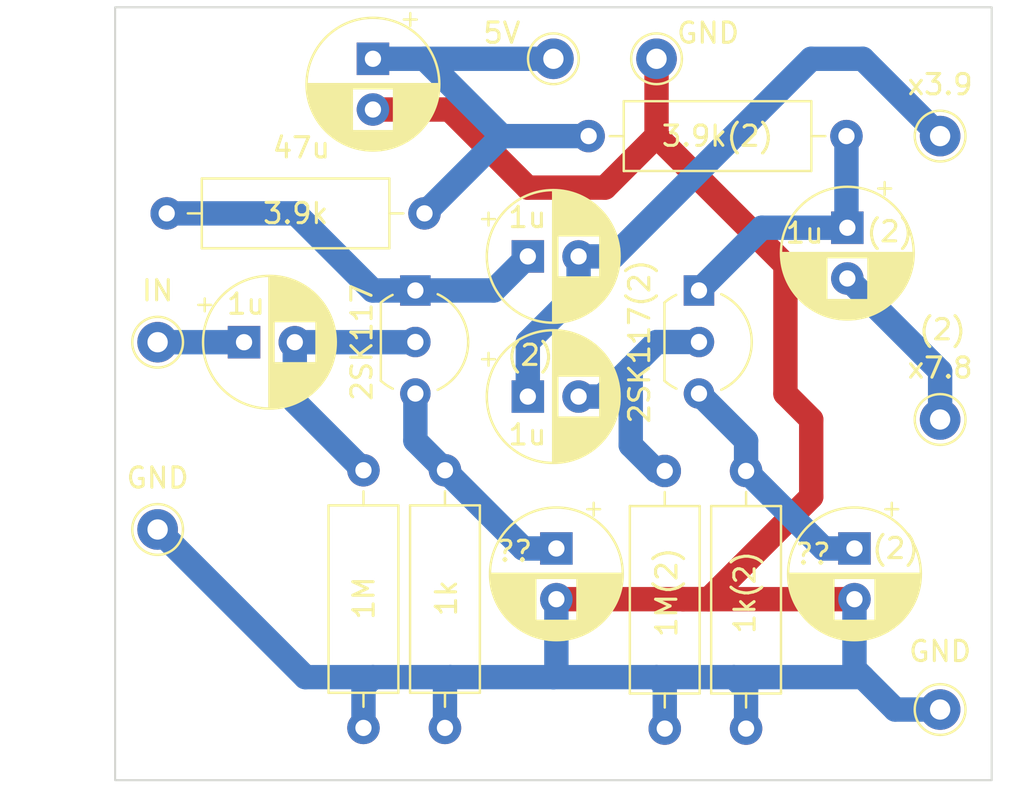
<source format=kicad_pcb>
(kicad_pcb (version 20211014) (generator pcbnew)
  (layers (0 "F.Cu" signal) (31 "B.Cu" signal) (34 "B.Paste" user) (35 "F.Paste" user) (36 "B.SilkS" user "B.Silkscreen") (37 "F.SilkS" user "F.Silkscreen") (38 "B.Mask" user) (39 "F.Mask" user) (44 "Edge.Cuts" user))
  (net 0 "")
  (net 1 "Net-(R2-Pad1)")
  (net 2 "Net-(J2-Pad1)")
  (net 3 "Net-(Q1-Pad3)")
  (net 4 "Net-(Q2-Pad3)")
  (net 5 "Net-(J3-Pad1)")
  (net 6 "Net-(Q1-Pad2)")
  (net 7 "Net-(Q1-Pad1)")
  (net 8 "Net-(J4-Pad1)")
  (net 9 "Net-(Q2-Pad2)")
  (net 10 "Net-(Q2-Pad1)")
  (net 11 "Net-(J6-Pad1)")
  (footprint "Capacitor_THT:CP_Radial_D6.3mm_P2.50mm" (layer "F.Cu") (at 54.619534 68.720051)
    (fp_text reference "1u" (at -0.022352 1.881164) (layer "F.SilkS"))
    (fp_text value "1u")
    (pad "1" thru_hole rect locked (at 0 0) (size 1.6 1.6) (drill 0.8) (layers *.Cu *.Mask) (net 8 "Net-(J4-Pad1)"))
    (pad "2" thru_hole circle locked (at 2.5 0) (size 1.6 1.6) (drill 0.8) (layers *.Cu *.Mask) (net 9 "Net-(Q2-Pad2)"))
  )
  (footprint "Connector_Pin:Pin_D1.0mm_L10.0mm" (layer "F.Cu") (at 60.96 52.07)
    (fp_text reference "GND" (at 2.54 -1.27) (layer "F.SilkS"))
    (fp_text value "GND")
    (pad "1" thru_hole circle locked (at 0 0) (size 2 2) (drill 1) (layers *.Cu *.Mask) (net 2 "Net-(J2-Pad1)"))
  )
  (footprint "Package_TO_SOT_THT:TO-92L_Inline_Wide" (layer "F.Cu") (at 63.05 63.49 -90)
    (fp_text reference "2SK117(2)" (at 2.525 2.927925 90) (layer "F.SilkS"))
    (fp_text value "2SK117")
    (pad "1" thru_hole rect locked (at 0 0 270) (size 1.5 1.5) (drill 0.8) (layers *.Cu *.Mask) (net 10 "Net-(Q2-Pad1)"))
    (pad "2" thru_hole circle locked (at 2.54 0 270) (size 1.5 1.5) (drill 0.8) (layers *.Cu *.Mask) (net 9 "Net-(Q2-Pad2)"))
    (pad "3" thru_hole circle locked (at 5.08 0 270) (size 1.5 1.5) (drill 0.8) (layers *.Cu *.Mask) (net 4 "Net-(Q2-Pad3)"))
  )
  (footprint "Connector_Pin:Pin_D1.0mm_L10.0mm" (layer "F.Cu") (at 74.93 55.88)
    (fp_text reference "x3.9" (at 0 -2.54) (layer "F.SilkS"))
    (fp_text value "OUTPUT3.9")
    (pad "1" thru_hole circle locked (at 0 0) (size 2 2) (drill 1) (layers *.Cu *.Mask) (net 8 "Net-(J4-Pad1)"))
  )
  (footprint "Capacitor_THT:CP_Radial_D6.3mm_P2.50mm" (layer "F.Cu") (at 46.99 52.07 -90)
    (fp_text reference "47u" (at 4.385992 3.526929 180) (layer "F.SilkS"))
    (fp_text value "47u")
    (pad "1" thru_hole rect locked (at 0 0 270) (size 1.6 1.6) (drill 0.8) (layers *.Cu *.Mask) (net 1 "Net-(R2-Pad1)"))
    (pad "2" thru_hole circle locked (at 2.5 0 270) (size 1.6 1.6) (drill 0.8) (layers *.Cu *.Mask) (net 2 "Net-(J2-Pad1)"))
  )
  (footprint "Capacitor_THT:CP_Radial_D6.3mm_P2.50mm" (layer "F.Cu") (at 70.710982 76.207322 -90)
    (fp_text reference "??" (at 0.276064 2.038604 180) (layer "F.SilkS"))
    (fp_text value "1u")
    (pad "1" thru_hole rect locked (at 0 0 270) (size 1.6 1.6) (drill 0.8) (layers *.Cu *.Mask) (net 4 "Net-(Q2-Pad3)"))
    (pad "2" thru_hole circle locked (at 2.5 0 270) (size 1.6 1.6) (drill 0.8) (layers *.Cu *.Mask) (net 2 "Net-(J2-Pad1)"))
  )
  (footprint "MountingHole:MountingHole_3.2mm_M3" (layer "F.Cu") (at 38.1 53.34)
    (fp_text reference "REF**" hide)
    (fp_text value "MountingHole_3.2mm_M3")
    (pad "" np_thru_hole circle locked (at 0 0) (size 3.2 3.2) (drill 3.2) (layers *.Cu *.Mask))
  )
  (footprint "Resistor_THT:R_Axial_DIN0309_L9.0mm_D3.2mm_P12.70mm_Horizontal" (layer "F.Cu") (at 61.365849 72.386832 -90)
    (fp_text reference "1M(2)" (at 5.987252 -0.093866 90) (layer "F.SilkS"))
    (fp_text value "1M")
    (pad "1" thru_hole circle locked (at 0 0 270) (size 1.6 1.6) (drill 0.8) (layers *.Cu *.Mask) (net 9 "Net-(Q2-Pad2)"))
    (pad "2" thru_hole oval locked (at 12.7 0 270) (size 1.6 1.6) (drill 0.8) (layers *.Cu *.Mask) (net 2 "Net-(J2-Pad1)"))
  )
  (footprint "Resistor_THT:R_Axial_DIN0309_L9.0mm_D3.2mm_P12.70mm_Horizontal" (layer "F.Cu") (at 49.53 59.69 180)
    (fp_text reference "3.9k" (at 6.35 0) (layer "F.SilkS"))
    (fp_text value "3.9k")
    (pad "1" thru_hole circle locked (at 0 0 180) (size 1.6 1.6) (drill 0.8) (layers *.Cu *.Mask) (net 1 "Net-(R2-Pad1)"))
    (pad "2" thru_hole oval locked (at 12.7 0 180) (size 1.6 1.6) (drill 0.8) (layers *.Cu *.Mask) (net 7 "Net-(Q1-Pad1)"))
  )
  (footprint "Resistor_THT:R_Axial_DIN0309_L9.0mm_D3.2mm_P12.70mm_Horizontal" (layer "F.Cu") (at 46.52316 72.35285 -90)
    (fp_text reference "1M" (at 6.301338 -0.021049 90) (layer "F.SilkS"))
    (fp_text value "1M")
    (pad "1" thru_hole circle locked (at 0 0 270) (size 1.6 1.6) (drill 0.8) (layers *.Cu *.Mask) (net 6 "Net-(Q1-Pad2)"))
    (pad "2" thru_hole oval locked (at 12.7 0 270) (size 1.6 1.6) (drill 0.8) (layers *.Cu *.Mask) (net 2 "Net-(J2-Pad1)"))
  )
  (footprint "Capacitor_THT:CP_Radial_D6.3mm_P2.50mm" (layer "F.Cu") (at 70.359662 60.397886 -90)
    (fp_text reference "1u" (at 0.259658 2.107439 180) (layer "F.SilkS"))
    (fp_text value "1u")
    (pad "1" thru_hole rect locked (at 0 0 270) (size 1.6 1.6) (drill 0.8) (layers *.Cu *.Mask) (net 10 "Net-(Q2-Pad1)"))
    (pad "2" thru_hole circle locked (at 2.5 0 270) (size 1.6 1.6) (drill 0.8) (layers *.Cu *.Mask) (net 11 "Net-(J6-Pad1)"))
  )
  (footprint "Connector_Pin:Pin_D1.0mm_L10.0mm" (layer "F.Cu") (at 36.38223 66.04)
    (fp_text reference "IN" (at 0 -2.54) (layer "F.SilkS"))
    (fp_text value "INPUT")
    (pad "1" thru_hole circle locked (at 0 0) (size 2 2) (drill 1) (layers *.Cu *.Mask) (net 5 "Net-(J3-Pad1)"))
  )
  (footprint "Package_TO_SOT_THT:TO-92L_Inline_Wide" (layer "F.Cu") (at 49.08 63.49 -90)
    (fp_text reference "2SK117" (at 2.55 2.636015 90) (layer "F.SilkS"))
    (fp_text value "2SK117")
    (pad "1" thru_hole rect locked (at 0 0 270) (size 1.5 1.5) (drill 0.8) (layers *.Cu *.Mask) (net 7 "Net-(Q1-Pad1)"))
    (pad "2" thru_hole circle locked (at 2.54 0 270) (size 1.5 1.5) (drill 0.8) (layers *.Cu *.Mask) (net 6 "Net-(Q1-Pad2)"))
    (pad "3" thru_hole circle locked (at 5.08 0 270) (size 1.5 1.5) (drill 0.8) (layers *.Cu *.Mask) (net 3 "Net-(Q1-Pad3)"))
  )
  (footprint "MountingHole:MountingHole_3.2mm_M3" (layer "F.Cu") (at 38.1 83.82)
    (fp_text reference "REF**" hide)
    (fp_text value "MountingHole_3.2mm_M3")
    (pad "" np_thru_hole circle locked (at 0 0) (size 3.2 3.2) (drill 3.2) (layers *.Cu *.Mask))
  )
  (footprint "Resistor_THT:R_Axial_DIN0309_L9.0mm_D3.2mm_P12.70mm_Horizontal" (layer "F.Cu") (at 57.615623 55.88)
    (fp_text reference "3.9k(2)" (at 6.35 0) (layer "F.SilkS"))
    (fp_text value "3.9k")
    (pad "1" thru_hole circle locked (at 0 0) (size 1.6 1.6) (drill 0.8) (layers *.Cu *.Mask) (net 1 "Net-(R2-Pad1)"))
    (pad "2" thru_hole oval locked (at 12.7 0) (size 1.6 1.6) (drill 0.8) (layers *.Cu *.Mask) (net 10 "Net-(Q2-Pad1)"))
  )
  (footprint "Resistor_THT:R_Axial_DIN0309_L9.0mm_D3.2mm_P12.70mm_Horizontal" (layer "F.Cu") (at 65.370906 72.386832 -90)
    (fp_text reference "1k(2)" (at 5.987252 0.059769 90) (layer "F.SilkS"))
    (fp_text value "1k")
    (pad "1" thru_hole circle locked (at 0 0 270) (size 1.6 1.6) (drill 0.8) (layers *.Cu *.Mask) (net 4 "Net-(Q2-Pad3)"))
    (pad "2" thru_hole oval locked (at 12.7 0 270) (size 1.6 1.6) (drill 0.8) (layers *.Cu *.Mask) (net 2 "Net-(J2-Pad1)"))
  )
  (footprint "Connector_Pin:Pin_D1.0mm_L10.0mm" (layer "F.Cu") (at 36.38223 75.271359)
    (fp_text reference "GND" (at 0 -2.54) (layer "F.SilkS"))
    (fp_text value "GND")
    (pad "1" thru_hole circle locked (at 0 0) (size 2 2) (drill 1) (layers *.Cu *.Mask) (net 2 "Net-(J2-Pad1)"))
  )
  (footprint "Connector_Pin:Pin_D1.0mm_L10.0mm" (layer "F.Cu") (at 74.93 69.85)
    (fp_text reference "x7.8" (at 0 -2.54) (layer "F.SilkS"))
    (fp_text value "OUTPUT7.8")
    (pad "1" thru_hole circle locked (at 0 0) (size 2 2) (drill 1) (layers *.Cu *.Mask) (net 11 "Net-(J6-Pad1)"))
  )
  (footprint "Connector_Pin:Pin_D1.0mm_L10.0mm" (layer "F.Cu") (at 74.93 84.147172)
    (fp_text reference "GND" (at 0 -2.867172) (layer "F.SilkS"))
    (fp_text value "GND")
    (pad "1" thru_hole circle locked (at 0 0) (size 2 2) (drill 1) (layers *.Cu *.Mask) (net 2 "Net-(J2-Pad1)"))
  )
  (footprint "Connector_Pin:Pin_D1.0mm_L10.0mm" (layer "F.Cu") (at 55.88 52.07)
    (fp_text reference "5V" (at -2.54 -1.27) (layer "F.SilkS"))
    (fp_text value "VCC")
    (pad "1" thru_hole circle locked (at 0 0) (size 2 2) (drill 1) (layers *.Cu *.Mask) (net 1 "Net-(R2-Pad1)"))
  )
  (footprint "Resistor_THT:R_Axial_DIN0309_L9.0mm_D3.2mm_P12.70mm_Horizontal" (layer "F.Cu") (at 50.537976 72.35285 -90)
    (fp_text reference "1k" (at 6.301338 -0.067732 90) (layer "F.SilkS"))
    (fp_text value "1k")
    (pad "1" thru_hole circle locked (at 0 0 270) (size 1.6 1.6) (drill 0.8) (layers *.Cu *.Mask) (net 3 "Net-(Q1-Pad3)"))
    (pad "2" thru_hole oval locked (at 12.7 0 270) (size 1.6 1.6) (drill 0.8) (layers *.Cu *.Mask) (net 2 "Net-(J2-Pad1)"))
  )
  (footprint "Capacitor_THT:CP_Radial_D6.3mm_P2.50mm" (layer "F.Cu") (at 54.619534 61.810834)
    (fp_text reference "1u" (at -0.022352 -1.923575) (layer "F.SilkS"))
    (fp_text value "1u")
    (pad "1" thru_hole rect locked (at 0 0) (size 1.6 1.6) (drill 0.8) (layers *.Cu *.Mask) (net 7 "Net-(Q1-Pad1)"))
    (pad "2" thru_hole circle locked (at 2.5 0) (size 1.6 1.6) (drill 0.8) (layers *.Cu *.Mask) (net 8 "Net-(J4-Pad1)"))
  )
  (footprint "Capacitor_THT:CP_Radial_D6.3mm_P2.50mm" (layer "F.Cu") (at 56.025773 76.207322 -90)
    (fp_text reference "??" (at 0.136012 2.058824 180) (layer "F.SilkS"))
    (fp_text value "1u")
    (pad "1" thru_hole rect locked (at 0 0 270) (size 1.6 1.6) (drill 0.8) (layers *.Cu *.Mask) (net 3 "Net-(Q1-Pad3)"))
    (pad "2" thru_hole circle locked (at 2.5 0 270) (size 1.6 1.6) (drill 0.8) (layers *.Cu *.Mask) (net 2 "Net-(J2-Pad1)"))
  )
  (footprint "Capacitor_THT:CP_Radial_D6.3mm_P2.50mm" (layer "F.Cu") (at 40.64 66.04)
    (fp_text reference "1u" (at 0.092063 -1.881164) (layer "F.SilkS"))
    (fp_text value "1u")
    (pad "1" thru_hole rect locked (at 0 0) (size 1.6 1.6) (drill 0.8) (layers *.Cu *.Mask) (net 5 "Net-(J3-Pad1)"))
    (pad "2" thru_hole circle locked (at 2.5 0) (size 1.6 1.6) (drill 0.8) (layers *.Cu *.Mask) (net 6 "Net-(Q1-Pad2)"))
  )
  (gr_rect (start 34.29 87.63) (end 77.47 49.53) (layer "Edge.Cuts") (width 0.1) (fill none))
  (gr_text "(2)" (at 72.733877 76.203283) (layer "F.SilkS") (effects (font (size 1 1))))
  (gr_text "(2)" (at 54.737233 66.679767) (layer "F.SilkS") (effects (font (size 1 1))))
  (gr_text "(2)" (at 75.04473 65.419301) (layer "F.SilkS") (effects (font (size 1 1))))
  (gr_text "(2)" (at 72.453774 60.587518) (layer "F.SilkS") (effects (font (size 1 1))))
  (segment (start 57.615623 55.88) (end 53.34 55.88) (width 1.2) (layer "B.Cu") (net 1))
  (segment (start 49.53 59.69) (end 53.34 55.88) (width 1.2) (layer "B.Cu") (net 1))
  (segment (start 53.34 55.88) (end 49.53 52.07) (width 1.2) (layer "B.Cu") (net 1))
  (segment (start 46.99 52.07) (end 49.53 52.07) (width 1.2) (layer "B.Cu") (net 1))
  (segment (start 49.53 52.07) (end 55.88 52.07) (width 1.2) (layer "B.Cu") (net 1))
  (segment (start 63.532678 78.707322) (end 68.58 73.66) (width 1.2) (layer "F.Cu") (net 2))
  (segment (start 46.99 54.57) (end 50.76 54.57) (width 1.2) (layer "F.Cu") (net 2))
  (segment (start 70.710982 78.707322) (end 62.262678 78.707322) (width 1.2) (layer "F.Cu") (net 2))
  (segment (start 68.58 69.85) (end 67.31 68.58) (width 1.2) (layer "F.Cu") (net 2))
  (segment (start 68.58 73.66) (end 68.58 69.85) (width 1.2) (layer "F.Cu") (net 2))
  (segment (start 58.42 58.42) (end 60.96 55.88) (width 1.2) (layer "F.Cu") (net 2))
  (segment (start 62.262678 78.707322) (end 63.532678 78.707322) (width 1.2) (layer "F.Cu") (net 2))
  (segment (start 67.31 62.23) (end 60.96 55.88) (width 1.2) (layer "F.Cu") (net 2))
  (segment (start 50.76 54.57) (end 54.61 58.42) (width 1.2) (layer "F.Cu") (net 2))
  (segment (start 54.61 58.42) (end 58.42 58.42) (width 1.2) (layer "F.Cu") (net 2))
  (segment (start 56.025773 78.707322) (end 62.262678 78.707322) (width 1.2) (layer "F.Cu") (net 2))
  (segment (start 67.31 68.58) (end 67.31 62.23) (width 1.2) (layer "F.Cu") (net 2))
  (segment (start 60.96 55.88) (end 60.96 52.07) (width 1.2) (layer "F.Cu") (net 2))
  (segment (start 50.537976 82.812024) (end 50.8 82.55) (width 1.2) (layer "B.Cu") (net 2))
  (segment (start 56.025773 78.707322) (end 56.025773 82.404227) (width 1.2) (layer "B.Cu") (net 2))
  (segment (start 74.93 84.147172) (end 72.717172 84.147172) (width 1.2) (layer "B.Cu") (net 2))
  (segment (start 72.717172 84.147172) (end 71.12 82.55) (width 1.2) (layer "B.Cu") (net 2))
  (segment (start 71.12 82.55) (end 64.77 82.55) (width 1.2) (layer "B.Cu") (net 2))
  (segment (start 43.660871 82.55) (end 36.38223 75.271359) (width 1.2) (layer "B.Cu") (net 2))
  (segment (start 70.710982 82.140982) (end 71.12 82.55) (width 1.2) (layer "B.Cu") (net 2))
  (segment (start 64.77 82.55) (end 60.96 82.55) (width 1.2) (layer "B.Cu") (net 2))
  (segment (start 60.96 82.55) (end 55.88 82.55) (width 1.2) (layer "B.Cu") (net 2))
  (segment (start 46.99 82.55) (end 43.660871 82.55) (width 1.2) (layer "B.Cu") (net 2))
  (segment (start 46.52316 83.01684) (end 46.99 82.55) (width 1.2) (layer "B.Cu") (net 2))
  (segment (start 70.710982 78.707322) (end 70.710982 82.140982) (width 1.2) (layer "B.Cu") (net 2))
  (segment (start 65.370906 85.086832) (end 65.370906 83.150906) (width 1.2) (layer "B.Cu") (net 2))
  (segment (start 50.8 82.55) (end 46.99 82.55) (width 1.2) (layer "B.Cu") (net 2))
  (segment (start 55.88 82.55) (end 50.8 82.55) (width 1.2) (layer "B.Cu") (net 2))
  (segment (start 50.537976 85.05285) (end 50.537976 82.812024) (width 1.2) (layer "B.Cu") (net 2))
  (segment (start 61.365849 85.086832) (end 61.365849 82.955849) (width 1.2) (layer "B.Cu") (net 2))
  (segment (start 65.370906 83.150906) (end 64.77 82.55) (width 1.2) (layer "B.Cu") (net 2))
  (segment (start 46.52316 85.05285) (end 46.52316 83.01684) (width 1.2) (layer "B.Cu") (net 2))
  (segment (start 61.365849 82.955849) (end 60.96 82.55) (width 1.2) (layer "B.Cu") (net 2))
  (segment (start 56.025773 82.404227) (end 55.88 82.55) (width 1.2) (layer "B.Cu") (net 2))
  (segment (start 54.392448 76.207322) (end 50.537976 72.35285) (width 1.2) (layer "B.Cu") (net 3))
  (segment (start 56.025773 76.207322) (end 54.392448 76.207322) (width 1.2) (layer "B.Cu") (net 3))
  (segment (start 49.08 68.57) (end 49.08 70.894874) (width 1.2) (layer "B.Cu") (net 3))
  (segment (start 49.08 70.894874) (end 50.537976 72.35285) (width 1.2) (layer "B.Cu") (net 3))
  (segment (start 65.370906 72.386832) (end 65.370906 70.890906) (width 1.2) (layer "B.Cu") (net 4))
  (segment (start 69.191396 76.207322) (end 65.370906 72.386832) (width 1.2) (layer "B.Cu") (net 4))
  (segment (start 70.710982 76.207322) (end 69.191396 76.207322) (width 1.2) (layer "B.Cu") (net 4))
  (segment (start 65.370906 70.890906) (end 63.05 68.57) (width 1.2) (layer "B.Cu") (net 4))
  (segment (start 40.64 66.04) (end 36.38223 66.04) (width 1.2) (layer "B.Cu") (net 5))
  (segment (start 43.14 68.96969) (end 46.52316 72.35285) (width 1.2) (layer "B.Cu") (net 6))
  (segment (start 43.14 66.04) (end 43.14 68.96969) (width 1.2) (layer "B.Cu") (net 6))
  (segment (start 43.14 66.04) (end 49.07 66.04) (width 1.2) (layer "B.Cu") (net 6))
  (segment (start 49.07 66.04) (end 49.08 66.03) (width 1.2) (layer "B.Cu") (net 6))
  (segment (start 43.18 59.69) (end 36.83 59.69) (width 1.2) (layer "B.Cu") (net 7))
  (segment (start 46.98 63.49) (end 43.18 59.69) (width 1.2) (layer "B.Cu") (net 7))
  (segment (start 49.08 63.49) (end 46.98 63.49) (width 1.2) (layer "B.Cu") (net 7))
  (segment (start 49.08 63.49) (end 52.940368 63.49) (width 1.2) (layer "B.Cu") (net 7))
  (segment (start 52.940368 63.49) (end 54.619534 61.810834) (width 1.2) (layer "B.Cu") (net 7))
  (segment (start 57.119534 63.469534) (end 57.119534 61.810834) (width 1.2) (layer "B.Cu") (net 8))
  (segment (start 68.58 52.07) (end 71.12 52.07) (width 1.2) (layer "B.Cu") (net 8))
  (segment (start 71.12 52.07) (end 74.93 55.88) (width 1.2) (layer "B.Cu") (net 8))
  (segment (start 58.839166 61.810834) (end 68.58 52.07) (width 1.2) (layer "B.Cu") (net 8))
  (segment (start 54.619534 68.720051) (end 54.619534 66.030466) (width 1.2) (layer "B.Cu") (net 8))
  (segment (start 57.15 63.5) (end 57.119534 63.469534) (width 1.2) (layer "B.Cu") (net 8))
  (segment (start 57.119534 61.810834) (end 58.839166 61.810834) (width 1.2) (layer "B.Cu") (net 8))
  (segment (start 54.619534 66.030466) (end 57.15 63.5) (width 1.2) (layer "B.Cu") (net 8))
  (segment (start 59.69 71.12) (end 60.956832 72.386832) (width 1.2) (layer "B.Cu") (net 9))
  (segment (start 63.05 66.03) (end 60.97 66.03) (width 1.2) (layer "B.Cu") (net 9))
  (segment (start 58.279949 68.720051) (end 59.69 67.31) (width 1.2) (layer "B.Cu") (net 9))
  (segment (start 57.119534 68.720051) (end 58.279949 68.720051) (width 1.2) (layer "B.Cu") (net 9))
  (segment (start 59.69 67.31) (end 59.69 71.12) (width 1.2) (layer "B.Cu") (net 9))
  (segment (start 60.97 66.03) (end 59.69 67.31) (width 1.2) (layer "B.Cu") (net 9))
  (segment (start 61.365849 72.386832) (end 60.956832 72.386832) (width 1.2) (layer "B.Cu") (net 9))
  (segment (start 70.359662 60.397886) (end 66.142114 60.397886) (width 1.2) (layer "B.Cu") (net 10))
  (segment (start 70.315623 60.353847) (end 70.359662 60.397886) (width 1.2) (layer "B.Cu") (net 10))
  (segment (start 70.315623 55.88) (end 70.315623 60.353847) (width 1.2) (layer "B.Cu") (net 10))
  (segment (start 66.142114 60.397886) (end 63.05 63.49) (width 1.2) (layer "B.Cu") (net 10))
  (segment (start 74.93 67.468224) (end 70.359662 62.897886) (width 1.2) (layer "B.Cu") (net 11))
  (segment (start 74.93 69.85) (end 74.93 67.468224) (width 1.2) (layer "B.Cu") (net 11))
)
</source>
